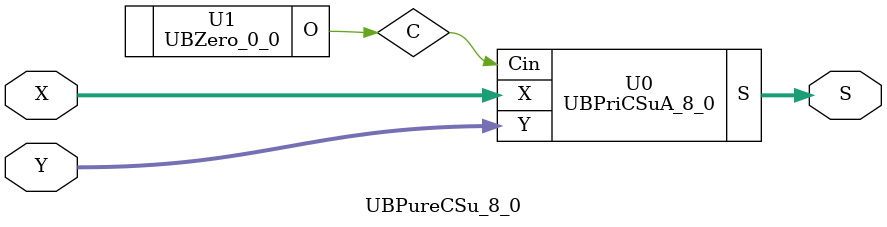
<source format=v>
/*----------------------------------------------------------------------------
  Copyright (c) 2021 Homma laboratory. All rights reserved.

  Top module: UBCSu_8_0_8_0

  Operand-1 length: 9
  Operand-2 length: 9
  Two-operand addition algorithm: Conditional sum adder
----------------------------------------------------------------------------*/

module UBFA_0(C, S, X, Y, Z);
  output C;
  output S;
  input X;
  input Y;
  input Z;
  assign C = ( X & Y ) | ( Y & Z ) | ( Z & X );
  assign S = X ^ Y ^ Z;
endmodule

module UBHCSuB_0_0(C, S, X, Y, Ci);
  output C;
  output S;
  input Ci;
  input X;
  input Y;
  UBFA_0 U0 (C, S, X, Y, Ci);
endmodule

module UBZero_1_1(O);
  output [1:1] O;
  assign O[1] = 0;
endmodule

module UBOne_1(O);
  output O;
  assign O = 1;
endmodule

module UBFA_1(C, S, X, Y, Z);
  output C;
  output S;
  input X;
  input Y;
  input Z;
  assign C = ( X & Y ) | ( Y & Z ) | ( Z & X );
  assign S = X ^ Y ^ Z;
endmodule

module UBCSuB_1_1(C_0, C_1, S_0, S_1, X, Y);
  output C_0;
  output C_1;
  output S_0;
  output S_1;
  input X;
  input Y;
  wire Ci_0;
  wire Ci_1;
  wire Co_0;
  wire Co_1;
  assign C_0 = ( Co_0 & ( ~ Ci_0 ) ) | ( Co_1 & Ci_0 );
  assign C_1 = ( Co_0 & ( ~ Ci_1 ) ) | ( Co_1 & Ci_1 );
  UBZero_1_1 U0 (Ci_0);
  UBOne_1 U1 (Ci_1);
  UBFA_1 U2 (Co_0, S_0, X, Y, Ci_0);
  UBFA_1 U3 (Co_1, S_1, X, Y, Ci_1);
endmodule

module UBHCSuB_1_0(C, S, X, Y, Ci);
  output C;
  output [1:0] S;
  input Ci;
  input [1:0] X;
  input [1:0] Y;
  wire C_0;
  wire C_1;
  wire Co;
  wire S_0;
  wire S_1;
  assign S[1] = ( S_0 & ( ~ Co ) ) | ( S_1 & Co );
  assign C = ( C_0 & ( ~ Co ) ) | ( C_1 & Co );
  UBHCSuB_0_0 U0 (Co, S[0], X[0], Y[0], Ci);
  UBCSuB_1_1 U1 (C_0, C_1, S_0, S_1, X[1], Y[1]);
endmodule

module UBZero_2_2(O);
  output [2:2] O;
  assign O[2] = 0;
endmodule

module UBOne_2(O);
  output O;
  assign O = 1;
endmodule

module UBFA_2(C, S, X, Y, Z);
  output C;
  output S;
  input X;
  input Y;
  input Z;
  assign C = ( X & Y ) | ( Y & Z ) | ( Z & X );
  assign S = X ^ Y ^ Z;
endmodule

module UBCSuB_2_2(C_0, C_1, S_0, S_1, X, Y);
  output C_0;
  output C_1;
  output S_0;
  output S_1;
  input X;
  input Y;
  wire Ci_0;
  wire Ci_1;
  wire Co_0;
  wire Co_1;
  assign C_0 = ( Co_0 & ( ~ Ci_0 ) ) | ( Co_1 & Ci_0 );
  assign C_1 = ( Co_0 & ( ~ Ci_1 ) ) | ( Co_1 & Ci_1 );
  UBZero_2_2 U0 (Ci_0);
  UBOne_2 U1 (Ci_1);
  UBFA_2 U2 (Co_0, S_0, X, Y, Ci_0);
  UBFA_2 U3 (Co_1, S_1, X, Y, Ci_1);
endmodule

module UBHCSuB_2_0(C, S, X, Y, Ci);
  output C;
  output [2:0] S;
  input Ci;
  input [2:0] X;
  input [2:0] Y;
  wire C_0;
  wire C_1;
  wire Co;
  wire S_0;
  wire S_1;
  assign S[2] = ( S_0 & ( ~ Co ) ) | ( S_1 & Co );
  assign C = ( C_0 & ( ~ Co ) ) | ( C_1 & Co );
  UBHCSuB_1_0 U0 (Co, S[1:0], X[1:0], Y[1:0], Ci);
  UBCSuB_2_2 U1 (C_0, C_1, S_0, S_1, X[2], Y[2]);
endmodule

module UBZero_3_3(O);
  output [3:3] O;
  assign O[3] = 0;
endmodule

module UBOne_3(O);
  output O;
  assign O = 1;
endmodule

module UBFA_3(C, S, X, Y, Z);
  output C;
  output S;
  input X;
  input Y;
  input Z;
  assign C = ( X & Y ) | ( Y & Z ) | ( Z & X );
  assign S = X ^ Y ^ Z;
endmodule

module UBCSuB_3_3(C_0, C_1, S_0, S_1, X, Y);
  output C_0;
  output C_1;
  output S_0;
  output S_1;
  input X;
  input Y;
  wire Ci_0;
  wire Ci_1;
  wire Co_0;
  wire Co_1;
  assign C_0 = ( Co_0 & ( ~ Ci_0 ) ) | ( Co_1 & Ci_0 );
  assign C_1 = ( Co_0 & ( ~ Ci_1 ) ) | ( Co_1 & Ci_1 );
  UBZero_3_3 U0 (Ci_0);
  UBOne_3 U1 (Ci_1);
  UBFA_3 U2 (Co_0, S_0, X, Y, Ci_0);
  UBFA_3 U3 (Co_1, S_1, X, Y, Ci_1);
endmodule

module UBZero_4_4(O);
  output [4:4] O;
  assign O[4] = 0;
endmodule

module UBOne_4(O);
  output O;
  assign O = 1;
endmodule

module UBFA_4(C, S, X, Y, Z);
  output C;
  output S;
  input X;
  input Y;
  input Z;
  assign C = ( X & Y ) | ( Y & Z ) | ( Z & X );
  assign S = X ^ Y ^ Z;
endmodule

module UBCSuB_4_4(C_0, C_1, S_0, S_1, X, Y);
  output C_0;
  output C_1;
  output S_0;
  output S_1;
  input X;
  input Y;
  wire Ci_0;
  wire Ci_1;
  wire Co_0;
  wire Co_1;
  assign C_0 = ( Co_0 & ( ~ Ci_0 ) ) | ( Co_1 & Ci_0 );
  assign C_1 = ( Co_0 & ( ~ Ci_1 ) ) | ( Co_1 & Ci_1 );
  UBZero_4_4 U0 (Ci_0);
  UBOne_4 U1 (Ci_1);
  UBFA_4 U2 (Co_0, S_0, X, Y, Ci_0);
  UBFA_4 U3 (Co_1, S_1, X, Y, Ci_1);
endmodule

module UBCSuB_4_3(C_0, C_1, S_0, S_1, X, Y);
  output C_0;
  output C_1;
  output [4:3] S_0;
  output [4:3] S_1;
  input [4:3] X;
  input [4:3] Y;
  wire Ci_0;
  wire Ci_1;
  wire Co_0;
  wire Co_1;
  wire So_0;
  wire So_1;
  assign S_0[4] = ( So_0 & ( ~ Ci_0 ) ) | ( So_1 & Ci_0 );
  assign C_0 = ( Co_0 & ( ~ Ci_0 ) ) | ( Co_1 & Ci_0 );
  assign S_1[4] = ( So_0 & ( ~ Ci_1 ) ) | ( So_1 & Ci_1 );
  assign C_1 = ( Co_0 & ( ~ Ci_1 ) ) | ( Co_1 & Ci_1 );
  UBCSuB_3_3 U0 (Ci_0, Ci_1, S_0[3], S_1[3], X[3], Y[3]);
  UBCSuB_4_4 U1 (Co_0, Co_1, So_0, So_1, X[4], Y[4]);
endmodule

module UBHCSuB_4_0(C, S, X, Y, Ci);
  output C;
  output [4:0] S;
  input Ci;
  input [4:0] X;
  input [4:0] Y;
  wire C_0;
  wire C_1;
  wire Co;
  wire [4:3] S_0;
  wire [4:3] S_1;
  assign S[3] = ( S_0[3] & ( ~ Co ) ) | ( S_1[3] & Co );
  assign S[4] = ( S_0[4] & ( ~ Co ) ) | ( S_1[4] & Co );
  assign C = ( C_0 & ( ~ Co ) ) | ( C_1 & Co );
  UBHCSuB_2_0 U0 (Co, S[2:0], X[2:0], Y[2:0], Ci);
  UBCSuB_4_3 U1 (C_0, C_1, S_0, S_1, X[4:3], Y[4:3]);
endmodule

module UBZero_5_5(O);
  output [5:5] O;
  assign O[5] = 0;
endmodule

module UBOne_5(O);
  output O;
  assign O = 1;
endmodule

module UBFA_5(C, S, X, Y, Z);
  output C;
  output S;
  input X;
  input Y;
  input Z;
  assign C = ( X & Y ) | ( Y & Z ) | ( Z & X );
  assign S = X ^ Y ^ Z;
endmodule

module UBCSuB_5_5(C_0, C_1, S_0, S_1, X, Y);
  output C_0;
  output C_1;
  output S_0;
  output S_1;
  input X;
  input Y;
  wire Ci_0;
  wire Ci_1;
  wire Co_0;
  wire Co_1;
  assign C_0 = ( Co_0 & ( ~ Ci_0 ) ) | ( Co_1 & Ci_0 );
  assign C_1 = ( Co_0 & ( ~ Ci_1 ) ) | ( Co_1 & Ci_1 );
  UBZero_5_5 U0 (Ci_0);
  UBOne_5 U1 (Ci_1);
  UBFA_5 U2 (Co_0, S_0, X, Y, Ci_0);
  UBFA_5 U3 (Co_1, S_1, X, Y, Ci_1);
endmodule

module UBZero_6_6(O);
  output [6:6] O;
  assign O[6] = 0;
endmodule

module UBOne_6(O);
  output O;
  assign O = 1;
endmodule

module UBFA_6(C, S, X, Y, Z);
  output C;
  output S;
  input X;
  input Y;
  input Z;
  assign C = ( X & Y ) | ( Y & Z ) | ( Z & X );
  assign S = X ^ Y ^ Z;
endmodule

module UBCSuB_6_6(C_0, C_1, S_0, S_1, X, Y);
  output C_0;
  output C_1;
  output S_0;
  output S_1;
  input X;
  input Y;
  wire Ci_0;
  wire Ci_1;
  wire Co_0;
  wire Co_1;
  assign C_0 = ( Co_0 & ( ~ Ci_0 ) ) | ( Co_1 & Ci_0 );
  assign C_1 = ( Co_0 & ( ~ Ci_1 ) ) | ( Co_1 & Ci_1 );
  UBZero_6_6 U0 (Ci_0);
  UBOne_6 U1 (Ci_1);
  UBFA_6 U2 (Co_0, S_0, X, Y, Ci_0);
  UBFA_6 U3 (Co_1, S_1, X, Y, Ci_1);
endmodule

module UBCSuB_6_5(C_0, C_1, S_0, S_1, X, Y);
  output C_0;
  output C_1;
  output [6:5] S_0;
  output [6:5] S_1;
  input [6:5] X;
  input [6:5] Y;
  wire Ci_0;
  wire Ci_1;
  wire Co_0;
  wire Co_1;
  wire So_0;
  wire So_1;
  assign S_0[6] = ( So_0 & ( ~ Ci_0 ) ) | ( So_1 & Ci_0 );
  assign C_0 = ( Co_0 & ( ~ Ci_0 ) ) | ( Co_1 & Ci_0 );
  assign S_1[6] = ( So_0 & ( ~ Ci_1 ) ) | ( So_1 & Ci_1 );
  assign C_1 = ( Co_0 & ( ~ Ci_1 ) ) | ( Co_1 & Ci_1 );
  UBCSuB_5_5 U0 (Ci_0, Ci_1, S_0[5], S_1[5], X[5], Y[5]);
  UBCSuB_6_6 U1 (Co_0, Co_1, So_0, So_1, X[6], Y[6]);
endmodule

module UBZero_7_7(O);
  output [7:7] O;
  assign O[7] = 0;
endmodule

module UBOne_7(O);
  output O;
  assign O = 1;
endmodule

module UBFA_7(C, S, X, Y, Z);
  output C;
  output S;
  input X;
  input Y;
  input Z;
  assign C = ( X & Y ) | ( Y & Z ) | ( Z & X );
  assign S = X ^ Y ^ Z;
endmodule

module UBCSuB_7_7(C_0, C_1, S_0, S_1, X, Y);
  output C_0;
  output C_1;
  output S_0;
  output S_1;
  input X;
  input Y;
  wire Ci_0;
  wire Ci_1;
  wire Co_0;
  wire Co_1;
  assign C_0 = ( Co_0 & ( ~ Ci_0 ) ) | ( Co_1 & Ci_0 );
  assign C_1 = ( Co_0 & ( ~ Ci_1 ) ) | ( Co_1 & Ci_1 );
  UBZero_7_7 U0 (Ci_0);
  UBOne_7 U1 (Ci_1);
  UBFA_7 U2 (Co_0, S_0, X, Y, Ci_0);
  UBFA_7 U3 (Co_1, S_1, X, Y, Ci_1);
endmodule

module UBZero_8_8(O);
  output [8:8] O;
  assign O[8] = 0;
endmodule

module UBOne_8(O);
  output O;
  assign O = 1;
endmodule

module UBFA_8(C, S, X, Y, Z);
  output C;
  output S;
  input X;
  input Y;
  input Z;
  assign C = ( X & Y ) | ( Y & Z ) | ( Z & X );
  assign S = X ^ Y ^ Z;
endmodule

module UBCSuB_8_8(C_0, C_1, S_0, S_1, X, Y);
  output C_0;
  output C_1;
  output S_0;
  output S_1;
  input X;
  input Y;
  wire Ci_0;
  wire Ci_1;
  wire Co_0;
  wire Co_1;
  assign C_0 = ( Co_0 & ( ~ Ci_0 ) ) | ( Co_1 & Ci_0 );
  assign C_1 = ( Co_0 & ( ~ Ci_1 ) ) | ( Co_1 & Ci_1 );
  UBZero_8_8 U0 (Ci_0);
  UBOne_8 U1 (Ci_1);
  UBFA_8 U2 (Co_0, S_0, X, Y, Ci_0);
  UBFA_8 U3 (Co_1, S_1, X, Y, Ci_1);
endmodule

module UBCSuB_8_7(C_0, C_1, S_0, S_1, X, Y);
  output C_0;
  output C_1;
  output [8:7] S_0;
  output [8:7] S_1;
  input [8:7] X;
  input [8:7] Y;
  wire Ci_0;
  wire Ci_1;
  wire Co_0;
  wire Co_1;
  wire So_0;
  wire So_1;
  assign S_0[8] = ( So_0 & ( ~ Ci_0 ) ) | ( So_1 & Ci_0 );
  assign C_0 = ( Co_0 & ( ~ Ci_0 ) ) | ( Co_1 & Ci_0 );
  assign S_1[8] = ( So_0 & ( ~ Ci_1 ) ) | ( So_1 & Ci_1 );
  assign C_1 = ( Co_0 & ( ~ Ci_1 ) ) | ( Co_1 & Ci_1 );
  UBCSuB_7_7 U0 (Ci_0, Ci_1, S_0[7], S_1[7], X[7], Y[7]);
  UBCSuB_8_8 U1 (Co_0, Co_1, So_0, So_1, X[8], Y[8]);
endmodule

module UBCSuB_8_5(C_0, C_1, S_0, S_1, X, Y);
  output C_0;
  output C_1;
  output [8:5] S_0;
  output [8:5] S_1;
  input [8:5] X;
  input [8:5] Y;
  wire Ci_0;
  wire Ci_1;
  wire Co_0;
  wire Co_1;
  wire [8:7] So_0;
  wire [8:7] So_1;
  assign S_0[7] = ( So_0[7] & ( ~ Ci_0 ) ) | ( So_1[7] & Ci_0 );
  assign S_0[8] = ( So_0[8] & ( ~ Ci_0 ) ) | ( So_1[8] & Ci_0 );
  assign C_0 = ( Co_0 & ( ~ Ci_0 ) ) | ( Co_1 & Ci_0 );
  assign S_1[7] = ( So_0[7] & ( ~ Ci_1 ) ) | ( So_1[7] & Ci_1 );
  assign S_1[8] = ( So_0[8] & ( ~ Ci_1 ) ) | ( So_1[8] & Ci_1 );
  assign C_1 = ( Co_0 & ( ~ Ci_1 ) ) | ( Co_1 & Ci_1 );
  UBCSuB_6_5 U0 (Ci_0, Ci_1, S_0[6:5], S_1[6:5], X[6:5], Y[6:5]);
  UBCSuB_8_7 U1 (Co_0, Co_1, So_0, So_1, X[8:7], Y[8:7]);
endmodule

module UBPriCSuA_8_0(S, X, Y, Cin);
  output [9:0] S;
  input Cin;
  input [8:0] X;
  input [8:0] Y;
  wire C_0;
  wire C_1;
  wire Co;
  wire [8:5] S_0;
  wire [8:5] S_1;
  assign S[5] = ( S_0[5] & ( ~ Co ) ) | ( S_1[5] & Co );
  assign S[6] = ( S_0[6] & ( ~ Co ) ) | ( S_1[6] & Co );
  assign S[7] = ( S_0[7] & ( ~ Co ) ) | ( S_1[7] & Co );
  assign S[8] = ( S_0[8] & ( ~ Co ) ) | ( S_1[8] & Co );
  assign S[9] = ( C_0 & ( ~ Co ) ) | ( C_1 & Co );
  UBHCSuB_4_0 U0 (Co, S[4:0], X[4:0], Y[4:0], Cin);
  UBCSuB_8_5 U1 (C_0, C_1, S_0, S_1, X[8:5], Y[8:5]);
endmodule

module UBZero_0_0(O);
  output [0:0] O;
  assign O[0] = 0;
endmodule

module UBCSu_8_0_8_0 (S, X, Y);
  output [9:0] S;
  input [8:0] X;
  input [8:0] Y;
  UBPureCSu_8_0 U0 (S[9:0], X[8:0], Y[8:0]);
endmodule

module UBPureCSu_8_0 (S, X, Y);
  output [9:0] S;
  input [8:0] X;
  input [8:0] Y;
  wire C;
  UBPriCSuA_8_0 U0 (S, X, Y, C);
  UBZero_0_0 U1 (C);
endmodule


</source>
